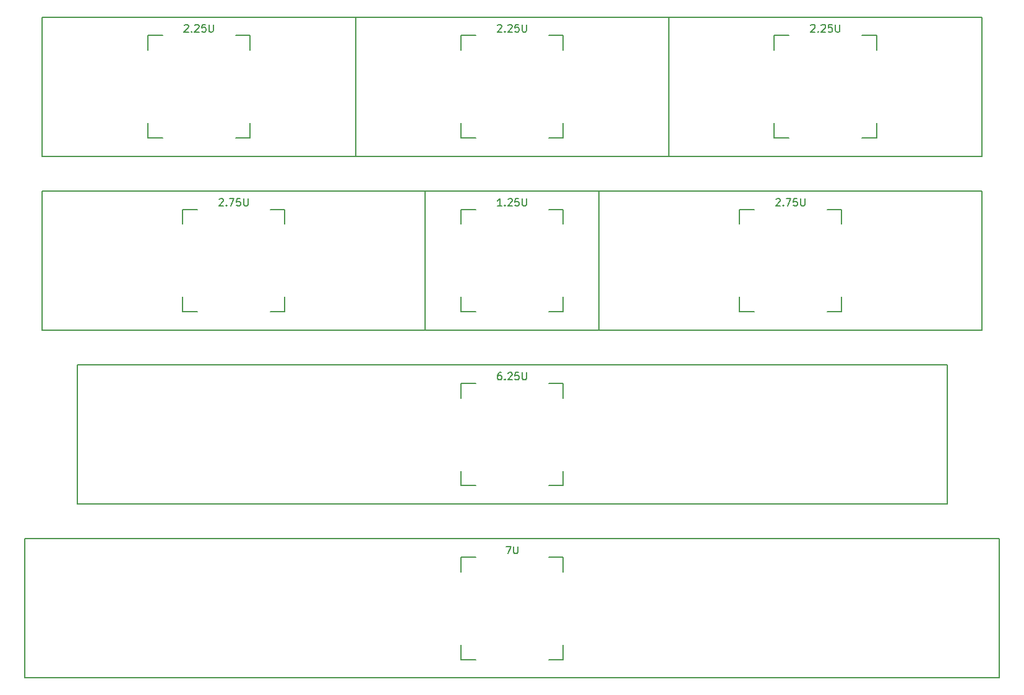
<source format=gbr>
%TF.GenerationSoftware,KiCad,Pcbnew,(5.1.10)-1*%
%TF.CreationDate,2021-07-17T06:49:34+07:00*%
%TF.ProjectId,Stabtester,53746162-7465-4737-9465-722e6b696361,rev?*%
%TF.SameCoordinates,Original*%
%TF.FileFunction,OtherDrawing,Comment*%
%FSLAX46Y46*%
G04 Gerber Fmt 4.6, Leading zero omitted, Abs format (unit mm)*
G04 Created by KiCad (PCBNEW (5.1.10)-1) date 2021-07-17 06:49:34*
%MOMM*%
%LPD*%
G01*
G04 APERTURE LIST*
%ADD10C,0.150000*%
G04 APERTURE END LIST*
D10*
%TO.C,MX7*%
X157400000Y-64437500D02*
X159400000Y-64437500D01*
X159400000Y-64437500D02*
X159400000Y-66437500D01*
X157400000Y-78437500D02*
X159400000Y-78437500D01*
X159400000Y-78437500D02*
X159400000Y-76437500D01*
X145400000Y-76437500D02*
X145400000Y-78437500D01*
X145400000Y-78437500D02*
X147400000Y-78437500D01*
X147400000Y-64437500D02*
X145400000Y-64437500D01*
X145400000Y-64437500D02*
X145400000Y-66437500D01*
X126206250Y-61912500D02*
X178593750Y-61912500D01*
X178593750Y-61912500D02*
X178593750Y-80962500D01*
X126206250Y-80962500D02*
X178593750Y-80962500D01*
X126206250Y-80962500D02*
X126206250Y-61912500D01*
%TO.C,MX2*%
X50006250Y-80962500D02*
X50006250Y-61912500D01*
X50006250Y-80962500D02*
X102393750Y-80962500D01*
X102393750Y-61912500D02*
X102393750Y-80962500D01*
X50006250Y-61912500D02*
X102393750Y-61912500D01*
X69200000Y-64437500D02*
X69200000Y-66437500D01*
X71200000Y-64437500D02*
X69200000Y-64437500D01*
X69200000Y-78437500D02*
X71200000Y-78437500D01*
X69200000Y-76437500D02*
X69200000Y-78437500D01*
X83200000Y-78437500D02*
X83200000Y-76437500D01*
X81200000Y-78437500D02*
X83200000Y-78437500D01*
X83200000Y-64437500D02*
X83200000Y-66437500D01*
X81200000Y-64437500D02*
X83200000Y-64437500D01*
%TO.C,MX8*%
X102393750Y-80962500D02*
X102393750Y-61912500D01*
X102393750Y-80962500D02*
X126206250Y-80962500D01*
X126206250Y-61912500D02*
X126206250Y-80962500D01*
X102393750Y-61912500D02*
X126206250Y-61912500D01*
X107300000Y-64437500D02*
X107300000Y-66437500D01*
X109300000Y-64437500D02*
X107300000Y-64437500D01*
X107300000Y-78437500D02*
X109300000Y-78437500D01*
X107300000Y-76437500D02*
X107300000Y-78437500D01*
X121300000Y-78437500D02*
X121300000Y-76437500D01*
X119300000Y-78437500D02*
X121300000Y-78437500D01*
X121300000Y-64437500D02*
X121300000Y-66437500D01*
X119300000Y-64437500D02*
X121300000Y-64437500D01*
%TO.C,MX6*%
X92868750Y-57150000D02*
X92868750Y-38100000D01*
X92868750Y-57150000D02*
X135731250Y-57150000D01*
X135731250Y-38100000D02*
X135731250Y-57150000D01*
X92868750Y-38100000D02*
X135731250Y-38100000D01*
X107300000Y-40625000D02*
X107300000Y-42625000D01*
X109300000Y-40625000D02*
X107300000Y-40625000D01*
X107300000Y-54625000D02*
X109300000Y-54625000D01*
X107300000Y-52625000D02*
X107300000Y-54625000D01*
X121300000Y-54625000D02*
X121300000Y-52625000D01*
X119300000Y-54625000D02*
X121300000Y-54625000D01*
X121300000Y-40625000D02*
X121300000Y-42625000D01*
X119300000Y-40625000D02*
X121300000Y-40625000D01*
%TO.C,MX3*%
X50006250Y-57150000D02*
X50006250Y-38100000D01*
X50006250Y-57150000D02*
X92868750Y-57150000D01*
X92868750Y-38100000D02*
X92868750Y-57150000D01*
X50006250Y-38100000D02*
X92868750Y-38100000D01*
X64437500Y-40625000D02*
X64437500Y-42625000D01*
X66437500Y-40625000D02*
X64437500Y-40625000D01*
X64437500Y-54625000D02*
X66437500Y-54625000D01*
X64437500Y-52625000D02*
X64437500Y-54625000D01*
X78437500Y-54625000D02*
X78437500Y-52625000D01*
X76437500Y-54625000D02*
X78437500Y-54625000D01*
X78437500Y-40625000D02*
X78437500Y-42625000D01*
X76437500Y-40625000D02*
X78437500Y-40625000D01*
%TO.C,MX1*%
X135731250Y-57150000D02*
X135731250Y-38100000D01*
X135731250Y-57150000D02*
X178593750Y-57150000D01*
X178593750Y-38100000D02*
X178593750Y-57150000D01*
X135731250Y-38100000D02*
X178593750Y-38100000D01*
X150162500Y-40625000D02*
X150162500Y-42625000D01*
X152162500Y-40625000D02*
X150162500Y-40625000D01*
X150162500Y-54625000D02*
X152162500Y-54625000D01*
X150162500Y-52625000D02*
X150162500Y-54625000D01*
X164162500Y-54625000D02*
X164162500Y-52625000D01*
X162162500Y-54625000D02*
X164162500Y-54625000D01*
X164162500Y-40625000D02*
X164162500Y-42625000D01*
X162162500Y-40625000D02*
X164162500Y-40625000D01*
%TO.C,MX5*%
X119300000Y-112062500D02*
X121300000Y-112062500D01*
X121300000Y-112062500D02*
X121300000Y-114062500D01*
X119300000Y-126062500D02*
X121300000Y-126062500D01*
X121300000Y-126062500D02*
X121300000Y-124062500D01*
X107300000Y-124062500D02*
X107300000Y-126062500D01*
X107300000Y-126062500D02*
X109300000Y-126062500D01*
X109300000Y-112062500D02*
X107300000Y-112062500D01*
X107300000Y-112062500D02*
X107300000Y-114062500D01*
X47625000Y-109537500D02*
X180975000Y-109537500D01*
X180975000Y-109537500D02*
X180975000Y-128587500D01*
X47625000Y-128587500D02*
X180975000Y-128587500D01*
X47625000Y-128587500D02*
X47625000Y-109537500D01*
%TO.C,MX4*%
X119300000Y-88250000D02*
X121300000Y-88250000D01*
X121300000Y-88250000D02*
X121300000Y-90250000D01*
X119300000Y-102250000D02*
X121300000Y-102250000D01*
X121300000Y-102250000D02*
X121300000Y-100250000D01*
X107300000Y-100250000D02*
X107300000Y-102250000D01*
X107300000Y-102250000D02*
X109300000Y-102250000D01*
X109300000Y-88250000D02*
X107300000Y-88250000D01*
X107300000Y-88250000D02*
X107300000Y-90250000D01*
X54768750Y-85725000D02*
X173831250Y-85725000D01*
X173831250Y-85725000D02*
X173831250Y-104775000D01*
X54768750Y-104775000D02*
X173831250Y-104775000D01*
X54768750Y-104775000D02*
X54768750Y-85725000D01*
%TD*%
%TO.C,MX7*%
X150400000Y-63047619D02*
X150447619Y-63000000D01*
X150542857Y-62952380D01*
X150780952Y-62952380D01*
X150876190Y-63000000D01*
X150923809Y-63047619D01*
X150971428Y-63142857D01*
X150971428Y-63238095D01*
X150923809Y-63380952D01*
X150352380Y-63952380D01*
X150971428Y-63952380D01*
X151400000Y-63857142D02*
X151447619Y-63904761D01*
X151400000Y-63952380D01*
X151352380Y-63904761D01*
X151400000Y-63857142D01*
X151400000Y-63952380D01*
X151780952Y-62952380D02*
X152447619Y-62952380D01*
X152019047Y-63952380D01*
X153304761Y-62952380D02*
X152828571Y-62952380D01*
X152780952Y-63428571D01*
X152828571Y-63380952D01*
X152923809Y-63333333D01*
X153161904Y-63333333D01*
X153257142Y-63380952D01*
X153304761Y-63428571D01*
X153352380Y-63523809D01*
X153352380Y-63761904D01*
X153304761Y-63857142D01*
X153257142Y-63904761D01*
X153161904Y-63952380D01*
X152923809Y-63952380D01*
X152828571Y-63904761D01*
X152780952Y-63857142D01*
X153780952Y-62952380D02*
X153780952Y-63761904D01*
X153828571Y-63857142D01*
X153876190Y-63904761D01*
X153971428Y-63952380D01*
X154161904Y-63952380D01*
X154257142Y-63904761D01*
X154304761Y-63857142D01*
X154352380Y-63761904D01*
X154352380Y-62952380D01*
%TO.C,MX2*%
X74200000Y-63047619D02*
X74247619Y-63000000D01*
X74342857Y-62952380D01*
X74580952Y-62952380D01*
X74676190Y-63000000D01*
X74723809Y-63047619D01*
X74771428Y-63142857D01*
X74771428Y-63238095D01*
X74723809Y-63380952D01*
X74152380Y-63952380D01*
X74771428Y-63952380D01*
X75200000Y-63857142D02*
X75247619Y-63904761D01*
X75200000Y-63952380D01*
X75152380Y-63904761D01*
X75200000Y-63857142D01*
X75200000Y-63952380D01*
X75580952Y-62952380D02*
X76247619Y-62952380D01*
X75819047Y-63952380D01*
X77104761Y-62952380D02*
X76628571Y-62952380D01*
X76580952Y-63428571D01*
X76628571Y-63380952D01*
X76723809Y-63333333D01*
X76961904Y-63333333D01*
X77057142Y-63380952D01*
X77104761Y-63428571D01*
X77152380Y-63523809D01*
X77152380Y-63761904D01*
X77104761Y-63857142D01*
X77057142Y-63904761D01*
X76961904Y-63952380D01*
X76723809Y-63952380D01*
X76628571Y-63904761D01*
X76580952Y-63857142D01*
X77580952Y-62952380D02*
X77580952Y-63761904D01*
X77628571Y-63857142D01*
X77676190Y-63904761D01*
X77771428Y-63952380D01*
X77961904Y-63952380D01*
X78057142Y-63904761D01*
X78104761Y-63857142D01*
X78152380Y-63761904D01*
X78152380Y-62952380D01*
%TO.C,MX8*%
X112871428Y-63952380D02*
X112300000Y-63952380D01*
X112585714Y-63952380D02*
X112585714Y-62952380D01*
X112490476Y-63095238D01*
X112395238Y-63190476D01*
X112300000Y-63238095D01*
X113300000Y-63857142D02*
X113347619Y-63904761D01*
X113300000Y-63952380D01*
X113252380Y-63904761D01*
X113300000Y-63857142D01*
X113300000Y-63952380D01*
X113728571Y-63047619D02*
X113776190Y-63000000D01*
X113871428Y-62952380D01*
X114109523Y-62952380D01*
X114204761Y-63000000D01*
X114252380Y-63047619D01*
X114300000Y-63142857D01*
X114300000Y-63238095D01*
X114252380Y-63380952D01*
X113680952Y-63952380D01*
X114300000Y-63952380D01*
X115204761Y-62952380D02*
X114728571Y-62952380D01*
X114680952Y-63428571D01*
X114728571Y-63380952D01*
X114823809Y-63333333D01*
X115061904Y-63333333D01*
X115157142Y-63380952D01*
X115204761Y-63428571D01*
X115252380Y-63523809D01*
X115252380Y-63761904D01*
X115204761Y-63857142D01*
X115157142Y-63904761D01*
X115061904Y-63952380D01*
X114823809Y-63952380D01*
X114728571Y-63904761D01*
X114680952Y-63857142D01*
X115680952Y-62952380D02*
X115680952Y-63761904D01*
X115728571Y-63857142D01*
X115776190Y-63904761D01*
X115871428Y-63952380D01*
X116061904Y-63952380D01*
X116157142Y-63904761D01*
X116204761Y-63857142D01*
X116252380Y-63761904D01*
X116252380Y-62952380D01*
%TO.C,MX6*%
X112300000Y-39235119D02*
X112347619Y-39187500D01*
X112442857Y-39139880D01*
X112680952Y-39139880D01*
X112776190Y-39187500D01*
X112823809Y-39235119D01*
X112871428Y-39330357D01*
X112871428Y-39425595D01*
X112823809Y-39568452D01*
X112252380Y-40139880D01*
X112871428Y-40139880D01*
X113300000Y-40044642D02*
X113347619Y-40092261D01*
X113300000Y-40139880D01*
X113252380Y-40092261D01*
X113300000Y-40044642D01*
X113300000Y-40139880D01*
X113728571Y-39235119D02*
X113776190Y-39187500D01*
X113871428Y-39139880D01*
X114109523Y-39139880D01*
X114204761Y-39187500D01*
X114252380Y-39235119D01*
X114300000Y-39330357D01*
X114300000Y-39425595D01*
X114252380Y-39568452D01*
X113680952Y-40139880D01*
X114300000Y-40139880D01*
X115204761Y-39139880D02*
X114728571Y-39139880D01*
X114680952Y-39616071D01*
X114728571Y-39568452D01*
X114823809Y-39520833D01*
X115061904Y-39520833D01*
X115157142Y-39568452D01*
X115204761Y-39616071D01*
X115252380Y-39711309D01*
X115252380Y-39949404D01*
X115204761Y-40044642D01*
X115157142Y-40092261D01*
X115061904Y-40139880D01*
X114823809Y-40139880D01*
X114728571Y-40092261D01*
X114680952Y-40044642D01*
X115680952Y-39139880D02*
X115680952Y-39949404D01*
X115728571Y-40044642D01*
X115776190Y-40092261D01*
X115871428Y-40139880D01*
X116061904Y-40139880D01*
X116157142Y-40092261D01*
X116204761Y-40044642D01*
X116252380Y-39949404D01*
X116252380Y-39139880D01*
%TO.C,MX3*%
X69437500Y-39235119D02*
X69485119Y-39187500D01*
X69580357Y-39139880D01*
X69818452Y-39139880D01*
X69913690Y-39187500D01*
X69961309Y-39235119D01*
X70008928Y-39330357D01*
X70008928Y-39425595D01*
X69961309Y-39568452D01*
X69389880Y-40139880D01*
X70008928Y-40139880D01*
X70437500Y-40044642D02*
X70485119Y-40092261D01*
X70437500Y-40139880D01*
X70389880Y-40092261D01*
X70437500Y-40044642D01*
X70437500Y-40139880D01*
X70866071Y-39235119D02*
X70913690Y-39187500D01*
X71008928Y-39139880D01*
X71247023Y-39139880D01*
X71342261Y-39187500D01*
X71389880Y-39235119D01*
X71437500Y-39330357D01*
X71437500Y-39425595D01*
X71389880Y-39568452D01*
X70818452Y-40139880D01*
X71437500Y-40139880D01*
X72342261Y-39139880D02*
X71866071Y-39139880D01*
X71818452Y-39616071D01*
X71866071Y-39568452D01*
X71961309Y-39520833D01*
X72199404Y-39520833D01*
X72294642Y-39568452D01*
X72342261Y-39616071D01*
X72389880Y-39711309D01*
X72389880Y-39949404D01*
X72342261Y-40044642D01*
X72294642Y-40092261D01*
X72199404Y-40139880D01*
X71961309Y-40139880D01*
X71866071Y-40092261D01*
X71818452Y-40044642D01*
X72818452Y-39139880D02*
X72818452Y-39949404D01*
X72866071Y-40044642D01*
X72913690Y-40092261D01*
X73008928Y-40139880D01*
X73199404Y-40139880D01*
X73294642Y-40092261D01*
X73342261Y-40044642D01*
X73389880Y-39949404D01*
X73389880Y-39139880D01*
%TO.C,MX1*%
X155162500Y-39235119D02*
X155210119Y-39187500D01*
X155305357Y-39139880D01*
X155543452Y-39139880D01*
X155638690Y-39187500D01*
X155686309Y-39235119D01*
X155733928Y-39330357D01*
X155733928Y-39425595D01*
X155686309Y-39568452D01*
X155114880Y-40139880D01*
X155733928Y-40139880D01*
X156162500Y-40044642D02*
X156210119Y-40092261D01*
X156162500Y-40139880D01*
X156114880Y-40092261D01*
X156162500Y-40044642D01*
X156162500Y-40139880D01*
X156591071Y-39235119D02*
X156638690Y-39187500D01*
X156733928Y-39139880D01*
X156972023Y-39139880D01*
X157067261Y-39187500D01*
X157114880Y-39235119D01*
X157162500Y-39330357D01*
X157162500Y-39425595D01*
X157114880Y-39568452D01*
X156543452Y-40139880D01*
X157162500Y-40139880D01*
X158067261Y-39139880D02*
X157591071Y-39139880D01*
X157543452Y-39616071D01*
X157591071Y-39568452D01*
X157686309Y-39520833D01*
X157924404Y-39520833D01*
X158019642Y-39568452D01*
X158067261Y-39616071D01*
X158114880Y-39711309D01*
X158114880Y-39949404D01*
X158067261Y-40044642D01*
X158019642Y-40092261D01*
X157924404Y-40139880D01*
X157686309Y-40139880D01*
X157591071Y-40092261D01*
X157543452Y-40044642D01*
X158543452Y-39139880D02*
X158543452Y-39949404D01*
X158591071Y-40044642D01*
X158638690Y-40092261D01*
X158733928Y-40139880D01*
X158924404Y-40139880D01*
X159019642Y-40092261D01*
X159067261Y-40044642D01*
X159114880Y-39949404D01*
X159114880Y-39139880D01*
%TO.C,MX5*%
X113442857Y-110577380D02*
X114109523Y-110577380D01*
X113680952Y-111577380D01*
X114490476Y-110577380D02*
X114490476Y-111386904D01*
X114538095Y-111482142D01*
X114585714Y-111529761D01*
X114680952Y-111577380D01*
X114871428Y-111577380D01*
X114966666Y-111529761D01*
X115014285Y-111482142D01*
X115061904Y-111386904D01*
X115061904Y-110577380D01*
%TO.C,MX4*%
X112776190Y-86764880D02*
X112585714Y-86764880D01*
X112490476Y-86812500D01*
X112442857Y-86860119D01*
X112347619Y-87002976D01*
X112300000Y-87193452D01*
X112300000Y-87574404D01*
X112347619Y-87669642D01*
X112395238Y-87717261D01*
X112490476Y-87764880D01*
X112680952Y-87764880D01*
X112776190Y-87717261D01*
X112823809Y-87669642D01*
X112871428Y-87574404D01*
X112871428Y-87336309D01*
X112823809Y-87241071D01*
X112776190Y-87193452D01*
X112680952Y-87145833D01*
X112490476Y-87145833D01*
X112395238Y-87193452D01*
X112347619Y-87241071D01*
X112300000Y-87336309D01*
X113300000Y-87669642D02*
X113347619Y-87717261D01*
X113300000Y-87764880D01*
X113252380Y-87717261D01*
X113300000Y-87669642D01*
X113300000Y-87764880D01*
X113728571Y-86860119D02*
X113776190Y-86812500D01*
X113871428Y-86764880D01*
X114109523Y-86764880D01*
X114204761Y-86812500D01*
X114252380Y-86860119D01*
X114300000Y-86955357D01*
X114300000Y-87050595D01*
X114252380Y-87193452D01*
X113680952Y-87764880D01*
X114300000Y-87764880D01*
X115204761Y-86764880D02*
X114728571Y-86764880D01*
X114680952Y-87241071D01*
X114728571Y-87193452D01*
X114823809Y-87145833D01*
X115061904Y-87145833D01*
X115157142Y-87193452D01*
X115204761Y-87241071D01*
X115252380Y-87336309D01*
X115252380Y-87574404D01*
X115204761Y-87669642D01*
X115157142Y-87717261D01*
X115061904Y-87764880D01*
X114823809Y-87764880D01*
X114728571Y-87717261D01*
X114680952Y-87669642D01*
X115680952Y-86764880D02*
X115680952Y-87574404D01*
X115728571Y-87669642D01*
X115776190Y-87717261D01*
X115871428Y-87764880D01*
X116061904Y-87764880D01*
X116157142Y-87717261D01*
X116204761Y-87669642D01*
X116252380Y-87574404D01*
X116252380Y-86764880D01*
%TD*%
M02*

</source>
